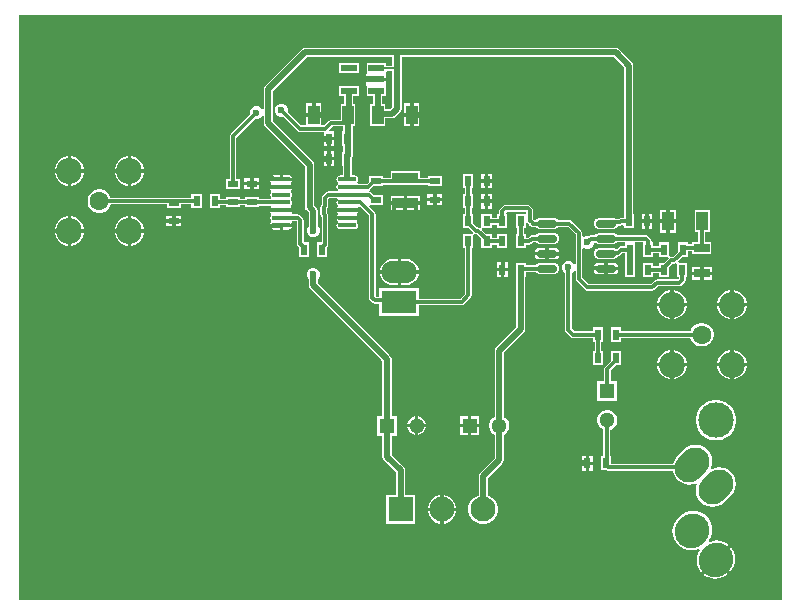
<source format=gtl>
G04*
G04 #@! TF.GenerationSoftware,Altium Limited,Altium Designer,21.9.1 (22)*
G04*
G04 Layer_Physical_Order=1*
G04 Layer_Color=255*
%FSAX44Y44*%
%MOMM*%
G71*
G04*
G04 #@! TF.SameCoordinates,86785AD5-1920-4A7D-B972-61179B801B7D*
G04*
G04*
G04 #@! TF.FilePolarity,Positive*
G04*
G01*
G75*
%ADD12C,0.2000*%
%ADD34C,2.2000*%
%ADD40R,0.6000X0.9500*%
%ADD41R,0.9500X0.6000*%
%ADD42O,1.6000X0.4000*%
G04:AMPARAMS|DCode=43|XSize=0.6mm|YSize=1.7mm|CornerRadius=0.15mm|HoleSize=0mm|Usage=FLASHONLY|Rotation=90.000|XOffset=0mm|YOffset=0mm|HoleType=Round|Shape=RoundedRectangle|*
%AMROUNDEDRECTD43*
21,1,0.6000,1.4000,0,0,90.0*
21,1,0.3000,1.7000,0,0,90.0*
1,1,0.3000,0.7000,0.1500*
1,1,0.3000,0.7000,-0.1500*
1,1,0.3000,-0.7000,-0.1500*
1,1,0.3000,-0.7000,0.1500*
%
%ADD43ROUNDEDRECTD43*%
%ADD44R,1.0000X1.6500*%
%ADD45R,1.3500X0.8000*%
%ADD46R,2.2000X0.9000*%
%ADD47R,1.4000X0.6000*%
%ADD48C,0.3000*%
%ADD49C,0.5000*%
%ADD50O,3.0000X1.9000*%
%ADD51R,3.0000X1.9000*%
%ADD52C,1.6000*%
%ADD53R,1.3000X1.3000*%
%ADD54C,1.3000*%
G04:AMPARAMS|DCode=55|XSize=2.4mm|YSize=3.2mm|CornerRadius=0mm|HoleSize=0mm|Usage=FLASHONLY|Rotation=135.000|XOffset=0mm|YOffset=0mm|HoleType=Round|Shape=Round|*
%AMOVALD55*
21,1,0.8000,2.4000,0.0000,0.0000,225.0*
1,1,2.4000,0.2828,0.2828*
1,1,2.4000,-0.2828,-0.2828*
%
%ADD55OVALD55*%

G04:AMPARAMS|DCode=56|XSize=2.8mm|YSize=3mm|CornerRadius=0mm|HoleSize=0mm|Usage=FLASHONLY|Rotation=135.000|XOffset=0mm|YOffset=0mm|HoleType=Round|Shape=Round|*
%AMOVALD56*
21,1,0.2000,2.8000,0.0000,0.0000,225.0*
1,1,2.8000,0.0707,0.0707*
1,1,2.8000,-0.0707,-0.0707*
%
%ADD56OVALD56*%

%ADD57C,3.0000*%
%ADD58C,2.1000*%
%ADD59R,2.1000X2.1000*%
%ADD60R,1.3000X1.3000*%
%ADD61C,5.0000*%
%ADD62C,0.7000*%
%ADD63C,0.6000*%
G36*
X01998000Y01202000D02*
X01352000D01*
Y01698000D01*
X01998000D01*
Y01202000D01*
D02*
G37*
%LPC*%
G36*
X01857000Y01669844D02*
X01857000Y01669844D01*
X01594000D01*
X01594000Y01669844D01*
X01592529Y01669551D01*
X01591282Y01668718D01*
X01560282Y01637718D01*
X01559449Y01636471D01*
X01559156Y01635000D01*
X01559156Y01635000D01*
Y01617933D01*
X01557886Y01617681D01*
X01557697Y01618138D01*
X01556138Y01619697D01*
X01554102Y01620540D01*
X01551898D01*
X01549862Y01619697D01*
X01548303Y01618138D01*
X01547460Y01616102D01*
Y01613898D01*
X01547590Y01613584D01*
X01531003Y01596997D01*
X01530391Y01596081D01*
X01530176Y01595000D01*
X01530176Y01595000D01*
Y01559020D01*
X01526980D01*
Y01550480D01*
X01539020D01*
Y01559020D01*
X01535824D01*
Y01593830D01*
X01551584Y01609590D01*
X01551898Y01609460D01*
X01554102D01*
X01556138Y01610303D01*
X01557697Y01611862D01*
X01557886Y01612319D01*
X01559156Y01612067D01*
Y01606000D01*
X01559156Y01606000D01*
X01559449Y01604529D01*
X01560282Y01603282D01*
X01594156Y01569408D01*
Y01535000D01*
X01594156Y01535000D01*
X01594449Y01533529D01*
X01595282Y01532282D01*
X01597156Y01530408D01*
Y01518991D01*
X01596303Y01518138D01*
X01595460Y01516102D01*
Y01513898D01*
X01596303Y01511862D01*
X01597862Y01510303D01*
X01599898Y01509460D01*
X01602102D01*
X01604138Y01510303D01*
X01605697Y01511862D01*
X01606540Y01513898D01*
Y01516102D01*
X01605697Y01518138D01*
X01604844Y01518991D01*
Y01532000D01*
X01604844Y01532000D01*
X01604551Y01533471D01*
X01603718Y01534718D01*
X01603718Y01534718D01*
X01601844Y01536592D01*
Y01571000D01*
X01601844Y01571000D01*
X01601551Y01572471D01*
X01600718Y01573718D01*
X01600718Y01573718D01*
X01566844Y01607592D01*
Y01633408D01*
X01595592Y01662156D01*
X01668156D01*
Y01654814D01*
X01662770D01*
Y01656770D01*
X01646230D01*
Y01648675D01*
X01646000Y01647500D01*
X01646000Y01647055D01*
Y01644500D01*
X01654500D01*
X01663000D01*
Y01647055D01*
X01663000Y01647500D01*
X01662770Y01648675D01*
Y01649288D01*
X01663668Y01650186D01*
X01668156D01*
Y01619592D01*
X01666408Y01617844D01*
X01661770D01*
Y01622520D01*
X01659344D01*
Y01629230D01*
X01662770D01*
Y01637325D01*
X01663000Y01638500D01*
X01663000Y01638945D01*
Y01641500D01*
X01654500D01*
X01646000D01*
Y01638945D01*
X01646000Y01638500D01*
X01646230Y01637325D01*
Y01629230D01*
X01651656D01*
Y01622520D01*
X01649230D01*
Y01603480D01*
X01661770D01*
Y01610156D01*
X01668000D01*
X01668000Y01610156D01*
X01669471Y01610449D01*
X01670718Y01611282D01*
X01674718Y01615282D01*
X01674718Y01615282D01*
X01675551Y01616529D01*
X01675844Y01618000D01*
X01675844Y01618000D01*
Y01652000D01*
Y01662156D01*
X01855408D01*
X01864406Y01653158D01*
Y01529020D01*
X01863980D01*
Y01525824D01*
X01862000D01*
X01862000Y01525824D01*
X01860919Y01525609D01*
X01860003Y01524997D01*
X01860003Y01524997D01*
X01859830Y01524824D01*
X01857582D01*
X01857081Y01525159D01*
X01856000Y01525374D01*
X01842000D01*
X01840919Y01525159D01*
X01840003Y01524547D01*
X01839391Y01523631D01*
X01839176Y01522550D01*
Y01519550D01*
X01839391Y01518469D01*
X01840003Y01517553D01*
X01840919Y01516941D01*
X01842000Y01516726D01*
X01856000D01*
X01857081Y01516941D01*
X01857997Y01517553D01*
X01858609Y01518469D01*
X01858750Y01519176D01*
X01861000D01*
X01861000Y01519176D01*
X01862081Y01519391D01*
X01862710Y01519811D01*
X01863616Y01519491D01*
X01863980Y01519190D01*
Y01516980D01*
X01872520D01*
Y01529020D01*
X01872094D01*
Y01654750D01*
X01871801Y01656221D01*
X01870968Y01657468D01*
X01870968Y01657468D01*
X01859718Y01668718D01*
X01858471Y01669551D01*
X01858227Y01669600D01*
X01857000Y01669844D01*
D02*
G37*
G36*
X01639770Y01656770D02*
X01623230D01*
Y01648230D01*
X01639770D01*
Y01656770D01*
D02*
G37*
G36*
X01608000Y01622750D02*
X01603000D01*
Y01614500D01*
X01608000D01*
Y01622750D01*
D02*
G37*
G36*
X01600000D02*
X01595000D01*
Y01614500D01*
X01600000D01*
Y01622750D01*
D02*
G37*
G36*
X01691000D02*
X01686000D01*
Y01614500D01*
X01691000D01*
Y01622750D01*
D02*
G37*
G36*
X01683000D02*
X01678000D01*
Y01614500D01*
X01683000D01*
Y01622750D01*
D02*
G37*
G36*
X01639770Y01637770D02*
X01623230D01*
Y01629230D01*
X01627156D01*
Y01622520D01*
X01624230D01*
Y01609074D01*
X01616206D01*
X01616206Y01609074D01*
X01615125Y01608859D01*
X01614209Y01608247D01*
X01610036Y01604074D01*
X01608000D01*
Y01611500D01*
X01601500D01*
X01595000D01*
Y01604074D01*
X01590920D01*
X01579410Y01615584D01*
X01579540Y01615898D01*
Y01618102D01*
X01578697Y01620138D01*
X01577138Y01621697D01*
X01575102Y01622540D01*
X01572898D01*
X01570862Y01621697D01*
X01569303Y01620138D01*
X01568460Y01618102D01*
Y01615898D01*
X01569303Y01613862D01*
X01570862Y01612303D01*
X01572898Y01611460D01*
X01575102D01*
X01575416Y01611590D01*
X01587753Y01599253D01*
X01587753Y01599253D01*
X01588669Y01598641D01*
X01589750Y01598426D01*
X01589750Y01598426D01*
X01609750D01*
Y01594500D01*
X01614250D01*
X01618750D01*
Y01599250D01*
X01614996D01*
X01614470Y01600520D01*
X01617376Y01603426D01*
X01626656D01*
Y01599020D01*
X01625480D01*
Y01586980D01*
X01626656D01*
Y01582020D01*
X01625480D01*
Y01569980D01*
X01625906D01*
Y01565250D01*
X01625906Y01565250D01*
X01626156Y01563993D01*
Y01561834D01*
X01624000D01*
X01622724Y01561580D01*
X01621642Y01560858D01*
X01620920Y01559776D01*
X01620666Y01558500D01*
X01620920Y01557224D01*
X01621642Y01556142D01*
X01621835Y01556014D01*
Y01554486D01*
X01621642Y01554357D01*
X01620920Y01553276D01*
X01620666Y01552000D01*
X01620920Y01550724D01*
X01621642Y01549642D01*
X01621715Y01549594D01*
X01621329Y01548324D01*
X01613500D01*
X01613500Y01548324D01*
X01612419Y01548109D01*
X01611503Y01547497D01*
X01611503Y01547497D01*
X01609003Y01544997D01*
X01608391Y01544081D01*
X01608176Y01543000D01*
X01608176Y01543000D01*
Y01537126D01*
X01607963Y01536913D01*
X01607351Y01535997D01*
X01607136Y01534916D01*
X01607136Y01534916D01*
Y01529084D01*
X01607136Y01529084D01*
X01607351Y01528003D01*
X01607963Y01527087D01*
X01608176Y01526874D01*
Y01505020D01*
X01604480D01*
Y01492980D01*
X01613020D01*
Y01501037D01*
X01613609Y01501919D01*
X01613824Y01503000D01*
Y01528044D01*
X01613824Y01528044D01*
X01613609Y01529125D01*
X01612997Y01530041D01*
X01612784Y01530254D01*
Y01533746D01*
X01612997Y01533959D01*
X01613609Y01534875D01*
X01613824Y01535956D01*
X01613824Y01535956D01*
Y01541830D01*
X01614670Y01542676D01*
X01621329D01*
X01621715Y01541406D01*
X01621642Y01541358D01*
X01620920Y01540276D01*
X01620666Y01539000D01*
X01620920Y01537724D01*
X01621634Y01536656D01*
X01621642Y01536642D01*
X01621628Y01535125D01*
X01621477Y01535023D01*
X01620793Y01534000D01*
X01630000D01*
X01639207D01*
X01638982Y01534336D01*
X01639547Y01535685D01*
X01640236Y01535770D01*
X01648176Y01527830D01*
Y01458000D01*
X01648176Y01458000D01*
X01648391Y01456919D01*
X01649003Y01456003D01*
X01651003Y01454003D01*
X01651003Y01454003D01*
X01651919Y01453391D01*
X01653000Y01453176D01*
X01653000Y01453176D01*
X01657000D01*
Y01443100D01*
X01691000D01*
Y01451776D01*
X01726600D01*
X01726600Y01451776D01*
X01727681Y01451991D01*
X01728597Y01452603D01*
X01734247Y01458253D01*
X01734859Y01459169D01*
X01735074Y01460250D01*
Y01499980D01*
X01736520D01*
X01736520Y01511070D01*
Y01511111D01*
D01*
X01736520Y01511464D01*
X01736520Y01511464D01*
X01737135Y01511993D01*
X01737135Y01511993D01*
X01738357Y01512204D01*
X01738500Y01512176D01*
X01738500Y01512176D01*
X01739330D01*
X01743480Y01508026D01*
Y01499980D01*
X01752020D01*
Y01503176D01*
X01756980D01*
Y01499980D01*
X01765520D01*
Y01512020D01*
X01756980D01*
Y01508824D01*
X01752020D01*
Y01512020D01*
X01747474D01*
X01743784Y01515710D01*
X01744310Y01516980D01*
X01744368Y01516980D01*
X01752020D01*
Y01520176D01*
X01756980D01*
Y01516980D01*
X01765520D01*
Y01529020D01*
X01764074D01*
Y01530323D01*
X01764927Y01531176D01*
X01781298D01*
X01781582Y01530057D01*
X01780826Y01529020D01*
X01780409Y01529020D01*
X01772480D01*
Y01516980D01*
X01773926D01*
Y01512020D01*
X01772480D01*
Y01499980D01*
X01781020D01*
Y01503176D01*
X01784000D01*
X01784000Y01503176D01*
X01785081Y01503391D01*
X01785997Y01504003D01*
X01787520Y01505526D01*
X01789553D01*
X01790003Y01504853D01*
X01790919Y01504241D01*
X01792000Y01504026D01*
X01806000D01*
X01807081Y01504241D01*
X01807997Y01504853D01*
X01808609Y01505769D01*
X01808824Y01506850D01*
Y01509850D01*
X01808609Y01510931D01*
X01807997Y01511847D01*
X01807081Y01512459D01*
X01806000Y01512674D01*
X01792000D01*
X01790919Y01512459D01*
X01790003Y01511847D01*
X01789553Y01511174D01*
X01786350D01*
X01786350Y01511174D01*
X01785269Y01510959D01*
X01784353Y01510347D01*
X01782830Y01508824D01*
X01781020D01*
Y01512020D01*
X01779574D01*
Y01516980D01*
X01781020D01*
Y01521438D01*
X01782290Y01521823D01*
X01782506Y01521500D01*
X01784009Y01519996D01*
X01784953Y01519053D01*
X01784953Y01519053D01*
X01785869Y01518441D01*
X01786950Y01518226D01*
X01789553D01*
X01790003Y01517553D01*
X01790919Y01516941D01*
X01792000Y01516726D01*
X01806000D01*
X01807081Y01516941D01*
X01807997Y01517553D01*
X01808447Y01518226D01*
X01816780D01*
X01823176Y01511830D01*
Y01486886D01*
X01821906Y01486633D01*
X01821697Y01487138D01*
X01820138Y01488697D01*
X01818102Y01489540D01*
X01815898D01*
X01813862Y01488697D01*
X01812303Y01487138D01*
X01811460Y01485102D01*
Y01482898D01*
X01812303Y01480862D01*
X01813862Y01479303D01*
X01814176Y01479173D01*
Y01431000D01*
X01814176Y01431000D01*
X01814391Y01429919D01*
X01815003Y01429003D01*
X01819003Y01425003D01*
X01819003Y01425003D01*
X01819919Y01424391D01*
X01821000Y01424176D01*
X01827000D01*
X01827000Y01424176D01*
X01837980D01*
Y01420980D01*
X01839426D01*
Y01413020D01*
X01837980D01*
Y01400980D01*
X01846520D01*
Y01413020D01*
X01845074D01*
Y01420980D01*
X01846520D01*
Y01433020D01*
X01837980D01*
Y01429824D01*
X01827000D01*
X01827000Y01429824D01*
X01827000Y01429824D01*
X01822170D01*
X01819824Y01432170D01*
Y01479173D01*
X01820138Y01479303D01*
X01821697Y01480862D01*
X01821906Y01481367D01*
X01823176Y01481114D01*
Y01474000D01*
X01823176Y01474000D01*
X01823391Y01472919D01*
X01824003Y01472003D01*
X01831003Y01465003D01*
X01831919Y01464391D01*
X01833000Y01464176D01*
X01888000D01*
X01888000Y01464176D01*
X01889081Y01464391D01*
X01889997Y01465003D01*
X01893170Y01468176D01*
X01911000D01*
X01911000Y01468176D01*
X01912081Y01468391D01*
X01912997Y01469003D01*
X01915497Y01471503D01*
X01916109Y01472419D01*
X01916324Y01473500D01*
X01916324Y01473500D01*
Y01475980D01*
X01917770D01*
Y01488020D01*
X01910310D01*
X01909784Y01489290D01*
X01913474Y01492980D01*
X01918020D01*
Y01497676D01*
X01921980D01*
Y01495230D01*
X01938020D01*
Y01505770D01*
X01932824D01*
Y01513480D01*
X01936770D01*
Y01532520D01*
X01924230D01*
Y01513480D01*
X01927176D01*
Y01505770D01*
X01921980D01*
Y01503324D01*
X01918020D01*
Y01505020D01*
X01909480D01*
Y01496974D01*
X01905330Y01492824D01*
X01904250D01*
X01903678Y01492711D01*
X01902621Y01493510D01*
X01902520Y01493676D01*
X01902520Y01493735D01*
Y01505020D01*
X01893980D01*
Y01501824D01*
X01889020D01*
Y01505020D01*
X01887574D01*
Y01506243D01*
X01887574Y01506243D01*
X01887359Y01507323D01*
X01886747Y01508240D01*
X01884640Y01510347D01*
X01883723Y01510959D01*
X01882643Y01511174D01*
X01882643Y01511174D01*
X01858447D01*
X01857997Y01511847D01*
X01857081Y01512459D01*
X01856000Y01512674D01*
X01842000D01*
X01840919Y01512459D01*
X01840003Y01511847D01*
X01839553Y01511174D01*
X01836350D01*
X01836350Y01511174D01*
X01835269Y01510959D01*
X01834450Y01510412D01*
X01834142Y01510540D01*
X01831938D01*
X01830094Y01509776D01*
X01828824Y01510278D01*
Y01513000D01*
X01828609Y01514081D01*
X01827997Y01514997D01*
X01827997Y01514997D01*
X01819947Y01523047D01*
X01819031Y01523659D01*
X01817950Y01523874D01*
X01817950Y01523874D01*
X01808447D01*
X01807997Y01524547D01*
X01807081Y01525159D01*
X01806000Y01525374D01*
X01792000D01*
X01790919Y01525159D01*
X01790003Y01524547D01*
X01789553Y01523874D01*
X01788120D01*
X01787328Y01524667D01*
Y01532242D01*
X01787328Y01532243D01*
X01787112Y01533323D01*
X01786500Y01534240D01*
X01786500Y01534240D01*
X01784743Y01535997D01*
X01783827Y01536609D01*
X01782746Y01536824D01*
X01782746Y01536824D01*
X01763757D01*
X01763757Y01536824D01*
X01762677Y01536609D01*
X01761760Y01535997D01*
X01761760Y01535997D01*
X01759253Y01533490D01*
X01758641Y01532573D01*
X01758426Y01531493D01*
X01758426Y01531492D01*
Y01529020D01*
X01756980D01*
Y01525824D01*
X01752020D01*
Y01529020D01*
X01743480D01*
Y01517906D01*
X01743480Y01517810D01*
X01743334Y01517690D01*
X01742255Y01517205D01*
X01742210Y01517189D01*
X01741581Y01517609D01*
X01740500Y01517824D01*
X01740500Y01517824D01*
X01739670D01*
X01736520Y01520974D01*
Y01529020D01*
X01735074D01*
Y01533980D01*
X01736520D01*
Y01546020D01*
X01735074D01*
Y01550980D01*
X01736520D01*
Y01563020D01*
X01727980D01*
Y01550980D01*
X01729426D01*
Y01546020D01*
X01727980D01*
Y01533980D01*
X01729426D01*
Y01529020D01*
X01727980D01*
Y01516980D01*
X01732526D01*
X01736216Y01513290D01*
X01735854Y01512157D01*
X01735748Y01512020D01*
X01735480Y01512020D01*
X01727980D01*
Y01499980D01*
X01729426D01*
Y01461420D01*
X01725430Y01457424D01*
X01691000D01*
Y01466100D01*
X01657000D01*
Y01458824D01*
X01654170D01*
X01653824Y01459170D01*
Y01529000D01*
X01653824Y01529000D01*
X01653609Y01530081D01*
X01652997Y01530997D01*
X01648284Y01535710D01*
X01648810Y01536980D01*
X01660020D01*
Y01545520D01*
X01651974D01*
X01649997Y01547497D01*
X01649081Y01548109D01*
X01648845Y01548156D01*
X01648673Y01548961D01*
X01648711Y01549478D01*
X01649497Y01550003D01*
X01651974Y01552480D01*
X01660020D01*
Y01553926D01*
X01666730D01*
Y01553730D01*
X01691270D01*
Y01553926D01*
X01697980D01*
Y01552480D01*
X01710020D01*
Y01561020D01*
X01697980D01*
Y01559574D01*
X01691270D01*
Y01565270D01*
X01666730D01*
Y01559574D01*
X01660020D01*
Y01561020D01*
X01647980D01*
Y01556474D01*
X01646330Y01554824D01*
X01638671D01*
X01638285Y01556094D01*
X01638358Y01556142D01*
X01639080Y01557224D01*
X01639334Y01558500D01*
X01639080Y01559776D01*
X01638358Y01560858D01*
X01637276Y01561580D01*
X01636000Y01561834D01*
X01633844D01*
Y01565000D01*
X01633844Y01565000D01*
X01633594Y01566257D01*
Y01569980D01*
X01634020D01*
Y01576982D01*
X01634051Y01577029D01*
X01634344Y01578500D01*
X01634344Y01578500D01*
Y01603480D01*
X01636770D01*
Y01622520D01*
X01634844D01*
Y01629230D01*
X01639770D01*
Y01637770D01*
D02*
G37*
G36*
X01691000Y01611500D02*
X01686000D01*
Y01603250D01*
X01691000D01*
Y01611500D01*
D02*
G37*
G36*
X01683000D02*
X01678000D01*
Y01603250D01*
X01683000D01*
Y01611500D01*
D02*
G37*
G36*
X01618750Y01591500D02*
X01615750D01*
Y01586750D01*
X01618750D01*
Y01591500D01*
D02*
G37*
G36*
X01612750D02*
X01609750D01*
Y01586750D01*
X01612750D01*
Y01591500D01*
D02*
G37*
G36*
X01618750Y01582250D02*
X01615750D01*
Y01577500D01*
X01618750D01*
Y01582250D01*
D02*
G37*
G36*
X01612750D02*
X01609750D01*
Y01577500D01*
X01612750D01*
Y01582250D01*
D02*
G37*
G36*
X01618750Y01574500D02*
X01615750D01*
Y01569750D01*
X01618750D01*
Y01574500D01*
D02*
G37*
G36*
X01612750D02*
X01609750D01*
Y01569750D01*
X01612750D01*
Y01574500D01*
D02*
G37*
G36*
X01396246Y01577900D02*
X01396100D01*
Y01566900D01*
X01407100D01*
Y01567046D01*
X01406248Y01570225D01*
X01404603Y01573075D01*
X01402275Y01575403D01*
X01399425Y01577048D01*
X01396246Y01577900D01*
D02*
G37*
G36*
X01447046D02*
X01446900D01*
Y01566900D01*
X01457900D01*
Y01567046D01*
X01457048Y01570225D01*
X01455403Y01573075D01*
X01453075Y01575403D01*
X01450225Y01577048D01*
X01447046Y01577900D01*
D02*
G37*
G36*
X01443900D02*
X01443754D01*
X01440575Y01577048D01*
X01437725Y01575403D01*
X01435397Y01573075D01*
X01433752Y01570225D01*
X01432900Y01567046D01*
Y01566900D01*
X01443900D01*
Y01577900D01*
D02*
G37*
G36*
X01393100D02*
X01392954D01*
X01389775Y01577048D01*
X01386925Y01575403D01*
X01384597Y01573075D01*
X01382952Y01570225D01*
X01382100Y01567046D01*
Y01566900D01*
X01393100D01*
Y01577900D01*
D02*
G37*
G36*
X01580000Y01562069D02*
X01575500D01*
Y01560000D01*
X01583207D01*
X01582523Y01561023D01*
X01581366Y01561797D01*
X01580000Y01562069D01*
D02*
G37*
G36*
X01572500D02*
X01568000D01*
X01566634Y01561797D01*
X01565477Y01561023D01*
X01564793Y01560000D01*
X01572500D01*
Y01562069D01*
D02*
G37*
G36*
X01752250Y01563250D02*
X01749250D01*
Y01558500D01*
X01752250D01*
Y01563250D01*
D02*
G37*
G36*
X01746250D02*
X01743250D01*
Y01558500D01*
X01746250D01*
Y01563250D01*
D02*
G37*
G36*
X01555250Y01559250D02*
X01550500D01*
Y01556250D01*
X01555250D01*
Y01559250D01*
D02*
G37*
G36*
X01547500D02*
X01542750D01*
Y01556250D01*
X01547500D01*
Y01559250D01*
D02*
G37*
G36*
X01583207Y01557000D02*
X01574000D01*
X01564793D01*
X01565477Y01555977D01*
X01565614Y01555885D01*
Y01554615D01*
X01565477Y01554523D01*
X01564793Y01553500D01*
X01574000D01*
X01583207D01*
X01582523Y01554523D01*
X01582386Y01554615D01*
Y01555885D01*
X01582523Y01555977D01*
X01583207Y01557000D01*
D02*
G37*
G36*
X01457900Y01563900D02*
X01446900D01*
Y01552900D01*
X01447046D01*
X01450225Y01553752D01*
X01453075Y01555397D01*
X01455403Y01557725D01*
X01457048Y01560575D01*
X01457900Y01563754D01*
Y01563900D01*
D02*
G37*
G36*
X01443900D02*
X01432900D01*
Y01563754D01*
X01433752Y01560575D01*
X01435397Y01557725D01*
X01437725Y01555397D01*
X01440575Y01553752D01*
X01443754Y01552900D01*
X01443900D01*
Y01563900D01*
D02*
G37*
G36*
X01407100D02*
X01396100D01*
Y01552900D01*
X01396246D01*
X01399425Y01553752D01*
X01402275Y01555397D01*
X01404603Y01557725D01*
X01406248Y01560575D01*
X01407100Y01563754D01*
Y01563900D01*
D02*
G37*
G36*
X01393100D02*
X01382100D01*
Y01563754D01*
X01382952Y01560575D01*
X01384597Y01557725D01*
X01386925Y01555397D01*
X01389775Y01553752D01*
X01392954Y01552900D01*
X01393100D01*
Y01563900D01*
D02*
G37*
G36*
X01752250Y01555500D02*
X01749250D01*
Y01550750D01*
X01752250D01*
Y01555500D01*
D02*
G37*
G36*
X01746250D02*
X01743250D01*
Y01550750D01*
X01746250D01*
Y01555500D01*
D02*
G37*
G36*
X01555250Y01553250D02*
X01550500D01*
Y01550250D01*
X01555250D01*
Y01553250D01*
D02*
G37*
G36*
X01547500D02*
X01542750D01*
Y01550250D01*
X01547500D01*
Y01553250D01*
D02*
G37*
G36*
X01710250Y01545750D02*
X01705500D01*
Y01542750D01*
X01710250D01*
Y01545750D01*
D02*
G37*
G36*
X01702500D02*
X01697750D01*
Y01542750D01*
X01702500D01*
Y01545750D01*
D02*
G37*
G36*
X01583207Y01550500D02*
X01574000D01*
X01564793D01*
X01565477Y01549477D01*
X01565628Y01549375D01*
X01565643Y01547858D01*
X01565634Y01547844D01*
X01564920Y01546776D01*
X01564666Y01545500D01*
X01564920Y01544224D01*
X01565591Y01543219D01*
X01565502Y01542807D01*
X01565142Y01541949D01*
X01555020D01*
Y01543520D01*
X01542980D01*
Y01542074D01*
X01539020D01*
Y01543520D01*
X01526980D01*
Y01542074D01*
X01522020D01*
Y01546020D01*
X01513480D01*
Y01533980D01*
X01522020D01*
Y01536426D01*
X01526980D01*
Y01534980D01*
X01539020D01*
Y01536426D01*
X01542980D01*
Y01534980D01*
X01555020D01*
Y01536301D01*
X01565102D01*
X01565488Y01535031D01*
X01565477Y01535023D01*
X01564793Y01534000D01*
X01574000D01*
X01583207D01*
X01582523Y01535023D01*
X01582372Y01535125D01*
X01582357Y01536642D01*
X01582366Y01536656D01*
X01583080Y01537724D01*
X01583334Y01539000D01*
X01583080Y01540276D01*
X01582357Y01541358D01*
X01582165Y01541486D01*
Y01543014D01*
X01582357Y01543143D01*
X01583080Y01544224D01*
X01583334Y01545500D01*
X01583080Y01546776D01*
X01582366Y01547844D01*
X01582357Y01547858D01*
X01582372Y01549375D01*
X01582523Y01549477D01*
X01583207Y01550500D01*
D02*
G37*
G36*
X01752250Y01546250D02*
X01749250D01*
Y01541500D01*
X01752250D01*
Y01546250D01*
D02*
G37*
G36*
X01746250D02*
X01743250D01*
Y01541500D01*
X01746250D01*
Y01546250D01*
D02*
G37*
G36*
X01691500Y01544500D02*
X01680500D01*
Y01540000D01*
X01691500D01*
Y01544500D01*
D02*
G37*
G36*
X01677500D02*
X01666500D01*
Y01540000D01*
X01677500D01*
Y01544500D01*
D02*
G37*
G36*
X01710250Y01539750D02*
X01705500D01*
Y01536750D01*
X01710250D01*
Y01539750D01*
D02*
G37*
G36*
X01702500D02*
X01697750D01*
Y01536750D01*
X01702500D01*
Y01539750D01*
D02*
G37*
G36*
X01421317Y01550000D02*
X01418683D01*
X01416140Y01549319D01*
X01413860Y01548002D01*
X01411998Y01546140D01*
X01410681Y01543860D01*
X01410000Y01541317D01*
Y01538683D01*
X01410681Y01536140D01*
X01411998Y01533860D01*
X01413860Y01531998D01*
X01416140Y01530681D01*
X01418683Y01530000D01*
X01421317D01*
X01423860Y01530681D01*
X01426140Y01531998D01*
X01428002Y01533860D01*
X01429319Y01536140D01*
X01429596Y01537176D01*
X01476980D01*
Y01534480D01*
X01489020D01*
Y01537176D01*
X01497980D01*
Y01533980D01*
X01506520D01*
Y01546020D01*
X01497980D01*
Y01542824D01*
X01489020D01*
Y01543020D01*
X01476980D01*
Y01542824D01*
X01429596D01*
X01429319Y01543860D01*
X01428002Y01546140D01*
X01426140Y01548002D01*
X01423860Y01549319D01*
X01421317Y01550000D01*
D02*
G37*
G36*
X01752250Y01538500D02*
X01749250D01*
Y01533750D01*
X01752250D01*
Y01538500D01*
D02*
G37*
G36*
X01746250D02*
X01743250D01*
Y01533750D01*
X01746250D01*
Y01538500D01*
D02*
G37*
G36*
X01691500Y01537000D02*
X01680500D01*
Y01532500D01*
X01691500D01*
Y01537000D01*
D02*
G37*
G36*
X01677500D02*
X01666500D01*
Y01532500D01*
X01677500D01*
Y01537000D01*
D02*
G37*
G36*
X01639207Y01531000D02*
X01630000D01*
X01620793D01*
X01621477Y01529977D01*
X01621614Y01529885D01*
Y01528615D01*
X01621477Y01528523D01*
X01620793Y01527500D01*
X01630000D01*
X01639207D01*
X01638523Y01528523D01*
X01638386Y01528615D01*
Y01529885D01*
X01638523Y01529977D01*
X01639207Y01531000D01*
D02*
G37*
G36*
X01489250Y01527750D02*
X01484500D01*
Y01524750D01*
X01489250D01*
Y01527750D01*
D02*
G37*
G36*
X01481500D02*
X01476750D01*
Y01524750D01*
X01481500D01*
Y01527750D01*
D02*
G37*
G36*
X01888250Y01529250D02*
X01885250D01*
Y01524500D01*
X01888250D01*
Y01529250D01*
D02*
G37*
G36*
X01882250D02*
X01879250D01*
Y01524500D01*
X01882250D01*
Y01529250D01*
D02*
G37*
G36*
X01908000Y01532750D02*
X01903000D01*
Y01524500D01*
X01908000D01*
Y01532750D01*
D02*
G37*
G36*
X01900000D02*
X01895000D01*
Y01524500D01*
X01900000D01*
Y01532750D01*
D02*
G37*
G36*
X01489250Y01521750D02*
X01484500D01*
Y01518750D01*
X01489250D01*
Y01521750D01*
D02*
G37*
G36*
X01481500D02*
X01476750D01*
Y01518750D01*
X01481500D01*
Y01521750D01*
D02*
G37*
G36*
X01888250Y01521500D02*
X01885250D01*
Y01516750D01*
X01888250D01*
Y01521500D01*
D02*
G37*
G36*
X01882250D02*
X01879250D01*
Y01516750D01*
X01882250D01*
Y01521500D01*
D02*
G37*
G36*
X01639207Y01524500D02*
X01630000D01*
X01620793D01*
X01621477Y01523477D01*
X01621628Y01523375D01*
X01621642Y01521858D01*
X01621634Y01521844D01*
X01620920Y01520776D01*
X01620666Y01519500D01*
X01620920Y01518224D01*
X01621642Y01517142D01*
X01622724Y01516420D01*
X01624000Y01516166D01*
X01636000D01*
X01637276Y01516420D01*
X01638358Y01517142D01*
X01639080Y01518224D01*
X01639334Y01519500D01*
X01639080Y01520776D01*
X01638366Y01521844D01*
X01638358Y01521858D01*
X01638372Y01523375D01*
X01638523Y01523477D01*
X01639207Y01524500D01*
D02*
G37*
G36*
X01447046Y01527100D02*
X01446900D01*
Y01516100D01*
X01457900D01*
Y01516246D01*
X01457048Y01519425D01*
X01455403Y01522275D01*
X01453075Y01524603D01*
X01450225Y01526248D01*
X01447046Y01527100D01*
D02*
G37*
G36*
X01443900D02*
X01443754D01*
X01440575Y01526248D01*
X01437725Y01524603D01*
X01435397Y01522275D01*
X01433752Y01519425D01*
X01432900Y01516246D01*
Y01516100D01*
X01443900D01*
Y01527100D01*
D02*
G37*
G36*
X01396246D02*
X01396100D01*
Y01516100D01*
X01407100D01*
Y01516246D01*
X01406248Y01519425D01*
X01404603Y01522275D01*
X01402275Y01524603D01*
X01399425Y01526248D01*
X01396246Y01527100D01*
D02*
G37*
G36*
X01393100D02*
X01392954D01*
X01389775Y01526248D01*
X01386925Y01524603D01*
X01384597Y01522275D01*
X01382952Y01519425D01*
X01382100Y01516246D01*
Y01516100D01*
X01393100D01*
Y01527100D01*
D02*
G37*
G36*
X01583207Y01518000D02*
X01575500D01*
Y01515931D01*
X01580000D01*
X01581366Y01516203D01*
X01582523Y01516977D01*
X01583207Y01518000D01*
D02*
G37*
G36*
X01572500D02*
X01564793D01*
X01565477Y01516977D01*
X01566634Y01516203D01*
X01568000Y01515931D01*
X01572500D01*
Y01518000D01*
D02*
G37*
G36*
X01908000Y01521500D02*
X01903000D01*
Y01513250D01*
X01908000D01*
Y01521500D01*
D02*
G37*
G36*
X01900000D02*
X01895000D01*
Y01513250D01*
X01900000D01*
Y01521500D01*
D02*
G37*
G36*
X01457900Y01513100D02*
X01446900D01*
Y01502100D01*
X01447046D01*
X01450225Y01502952D01*
X01453075Y01504597D01*
X01455403Y01506925D01*
X01457048Y01509775D01*
X01457900Y01512954D01*
Y01513100D01*
D02*
G37*
G36*
X01443900D02*
X01432900D01*
Y01512954D01*
X01433752Y01509775D01*
X01435397Y01506925D01*
X01437725Y01504597D01*
X01440575Y01502952D01*
X01443754Y01502100D01*
X01443900D01*
Y01513100D01*
D02*
G37*
G36*
X01407100Y01513100D02*
X01396100D01*
Y01502100D01*
X01396246D01*
X01399425Y01502952D01*
X01402275Y01504597D01*
X01404603Y01506925D01*
X01406248Y01509775D01*
X01407100Y01512954D01*
Y01513100D01*
D02*
G37*
G36*
X01393100D02*
X01382100D01*
Y01512954D01*
X01382952Y01509775D01*
X01384597Y01506925D01*
X01386925Y01504597D01*
X01389775Y01502952D01*
X01392954Y01502100D01*
X01393100D01*
Y01513100D01*
D02*
G37*
G36*
X01806000Y01500209D02*
X01800500D01*
Y01497150D01*
X01809059D01*
X01808826Y01498320D01*
X01808163Y01499313D01*
X01807171Y01499976D01*
X01806000Y01500209D01*
D02*
G37*
G36*
X01797500D02*
X01792000D01*
X01790829Y01499976D01*
X01789837Y01499313D01*
X01789174Y01498320D01*
X01788941Y01497150D01*
X01797500D01*
Y01500209D01*
D02*
G37*
G36*
X01583207Y01531000D02*
X01574000D01*
X01564793D01*
X01565477Y01529977D01*
X01565628Y01529875D01*
X01565643Y01528358D01*
X01565634Y01528344D01*
X01564920Y01527276D01*
X01564666Y01526000D01*
X01564920Y01524724D01*
X01565634Y01523656D01*
X01565643Y01523642D01*
X01565628Y01522125D01*
X01565477Y01522023D01*
X01564793Y01521000D01*
X01574000D01*
X01583207D01*
X01582602Y01521906D01*
X01582737Y01522463D01*
X01583085Y01523176D01*
X01586830D01*
X01587176Y01522830D01*
Y01504000D01*
X01587176Y01504000D01*
X01587391Y01502919D01*
X01588003Y01502003D01*
X01588980Y01501026D01*
Y01492980D01*
X01597520D01*
Y01505020D01*
X01592974D01*
X01592824Y01505170D01*
Y01524000D01*
X01592609Y01525081D01*
X01591997Y01525997D01*
X01591997Y01525997D01*
X01589997Y01527997D01*
X01589081Y01528609D01*
X01588000Y01528824D01*
X01588000Y01528824D01*
X01583085D01*
X01582737Y01529537D01*
X01582602Y01530094D01*
X01583207Y01531000D01*
D02*
G37*
G36*
X01809059Y01494150D02*
X01800500D01*
Y01491091D01*
X01806000D01*
X01807171Y01491324D01*
X01808163Y01491987D01*
X01808826Y01492979D01*
X01809059Y01494150D01*
Y01494150D01*
D02*
G37*
G36*
X01797500D02*
X01788941D01*
Y01494150D01*
X01789174Y01492979D01*
X01789837Y01491987D01*
X01790829Y01491324D01*
X01792000Y01491091D01*
X01797500D01*
Y01494150D01*
D02*
G37*
G36*
X01765750Y01488250D02*
X01762750D01*
Y01483500D01*
X01765750D01*
Y01488250D01*
D02*
G37*
G36*
X01759750D02*
X01756750D01*
Y01483500D01*
X01759750D01*
Y01488250D01*
D02*
G37*
G36*
X01679500Y01491095D02*
X01675500D01*
Y01481500D01*
X01690397D01*
X01690217Y01482872D01*
X01689108Y01485547D01*
X01687345Y01487845D01*
X01685047Y01489608D01*
X01682372Y01490717D01*
X01679500Y01491095D01*
D02*
G37*
G36*
X01672500D02*
X01668500D01*
X01665628Y01490717D01*
X01662953Y01489608D01*
X01660655Y01487845D01*
X01658891Y01485547D01*
X01657783Y01482872D01*
X01657603Y01481500D01*
X01672500D01*
Y01491095D01*
D02*
G37*
G36*
X01938250Y01484250D02*
X01931500D01*
Y01480250D01*
X01938250D01*
Y01484250D01*
D02*
G37*
G36*
X01928500D02*
X01921750D01*
Y01480250D01*
X01928500D01*
Y01484250D01*
D02*
G37*
G36*
X01781020Y01488020D02*
X01772480D01*
Y01475980D01*
X01772906D01*
Y01433342D01*
X01755782Y01416218D01*
X01754949Y01414971D01*
X01754656Y01413500D01*
X01754656Y01413500D01*
Y01357596D01*
X01753281Y01356802D01*
X01751698Y01355219D01*
X01750579Y01353281D01*
X01750000Y01351119D01*
Y01348881D01*
X01750579Y01346719D01*
X01751698Y01344781D01*
X01753281Y01343198D01*
X01754656Y01342404D01*
Y01322092D01*
X01742282Y01309718D01*
X01741449Y01308471D01*
X01741156Y01307000D01*
X01741156Y01307000D01*
Y01290912D01*
X01740175Y01290649D01*
X01737325Y01289003D01*
X01734997Y01286676D01*
X01733352Y01283826D01*
X01732500Y01280647D01*
Y01277355D01*
X01733352Y01274176D01*
X01734997Y01271326D01*
X01737325Y01268998D01*
X01740175Y01267353D01*
X01743354Y01266501D01*
X01746646D01*
X01749825Y01267353D01*
X01752675Y01268998D01*
X01755002Y01271326D01*
X01756648Y01274176D01*
X01757500Y01277355D01*
Y01280647D01*
X01756648Y01283826D01*
X01755002Y01286676D01*
X01752675Y01289003D01*
X01749825Y01290649D01*
X01748844Y01290912D01*
Y01305408D01*
X01761218Y01317782D01*
X01761218Y01317782D01*
X01762051Y01319029D01*
X01762344Y01320500D01*
X01762344Y01320500D01*
Y01342404D01*
X01763719Y01343198D01*
X01765302Y01344781D01*
X01766421Y01346719D01*
X01767000Y01348881D01*
Y01351119D01*
X01766421Y01353281D01*
X01765302Y01355219D01*
X01763719Y01356802D01*
X01762344Y01357596D01*
Y01411908D01*
X01779468Y01429032D01*
X01779468Y01429032D01*
X01780301Y01430279D01*
X01780594Y01431750D01*
X01780594Y01431750D01*
Y01475980D01*
X01781020D01*
Y01480126D01*
X01789553D01*
X01790003Y01479453D01*
X01790919Y01478841D01*
X01792000Y01478626D01*
X01806000D01*
X01807081Y01478841D01*
X01807997Y01479453D01*
X01808609Y01480369D01*
X01808824Y01481450D01*
Y01484450D01*
X01808609Y01485531D01*
X01807997Y01486447D01*
X01807081Y01487059D01*
X01806000Y01487274D01*
X01792000D01*
X01790919Y01487059D01*
X01790003Y01486447D01*
X01789553Y01485774D01*
X01781020D01*
Y01488020D01*
D02*
G37*
G36*
X01765750Y01480500D02*
X01762750D01*
Y01475750D01*
X01765750D01*
Y01480500D01*
D02*
G37*
G36*
X01759750D02*
X01756750D01*
Y01475750D01*
X01759750D01*
Y01480500D01*
D02*
G37*
G36*
X01938250Y01477250D02*
X01931500D01*
Y01473250D01*
X01938250D01*
Y01477250D01*
D02*
G37*
G36*
X01928500D02*
X01921750D01*
Y01473250D01*
X01928500D01*
Y01477250D01*
D02*
G37*
G36*
X01690397Y01478500D02*
X01675500D01*
Y01468905D01*
X01679500D01*
X01682372Y01469283D01*
X01685047Y01470392D01*
X01687345Y01472155D01*
X01689108Y01474453D01*
X01690217Y01477128D01*
X01690397Y01478500D01*
D02*
G37*
G36*
X01672500D02*
X01657603D01*
X01657783Y01477128D01*
X01658891Y01474453D01*
X01660655Y01472155D01*
X01662953Y01470392D01*
X01665628Y01469283D01*
X01668500Y01468905D01*
X01672500D01*
Y01478500D01*
D02*
G37*
G36*
X01957046Y01464900D02*
X01956900D01*
Y01453900D01*
X01967900D01*
Y01454046D01*
X01967048Y01457225D01*
X01965403Y01460075D01*
X01963075Y01462402D01*
X01960225Y01464048D01*
X01957046Y01464900D01*
D02*
G37*
G36*
X01953900D02*
X01953754D01*
X01950575Y01464048D01*
X01947725Y01462402D01*
X01945397Y01460075D01*
X01943752Y01457225D01*
X01942900Y01454046D01*
Y01453900D01*
X01953900D01*
Y01464900D01*
D02*
G37*
G36*
X01906246D02*
X01906100D01*
Y01453900D01*
X01917100D01*
Y01454046D01*
X01916248Y01457225D01*
X01914603Y01460075D01*
X01912275Y01462402D01*
X01909425Y01464048D01*
X01906246Y01464900D01*
D02*
G37*
G36*
X01903100D02*
X01902954D01*
X01899775Y01464048D01*
X01896925Y01462402D01*
X01894597Y01460075D01*
X01892952Y01457225D01*
X01892100Y01454046D01*
Y01453900D01*
X01903100D01*
Y01464900D01*
D02*
G37*
G36*
X01967900Y01450900D02*
X01956900D01*
Y01439900D01*
X01957046D01*
X01960225Y01440752D01*
X01963075Y01442397D01*
X01965403Y01444725D01*
X01967048Y01447575D01*
X01967900Y01450754D01*
Y01450900D01*
D02*
G37*
G36*
X01953900D02*
X01942900D01*
Y01450754D01*
X01943752Y01447575D01*
X01945397Y01444725D01*
X01947725Y01442397D01*
X01950575Y01440752D01*
X01953754Y01439900D01*
X01953900D01*
Y01450900D01*
D02*
G37*
G36*
X01917100Y01450900D02*
X01906100D01*
Y01439900D01*
X01906246D01*
X01909425Y01440752D01*
X01912275Y01442397D01*
X01914603Y01444725D01*
X01916248Y01447575D01*
X01917100Y01450754D01*
Y01450900D01*
D02*
G37*
G36*
X01903100D02*
X01892100D01*
Y01450754D01*
X01892952Y01447575D01*
X01894597Y01444725D01*
X01896925Y01442397D01*
X01899775Y01440752D01*
X01902954Y01439900D01*
X01903100D01*
Y01450900D01*
D02*
G37*
G36*
X01931317Y01437000D02*
X01928683D01*
X01926140Y01436319D01*
X01923860Y01435002D01*
X01921998Y01433140D01*
X01920681Y01430860D01*
X01920404Y01429824D01*
X01862020D01*
Y01433020D01*
X01853480D01*
Y01420980D01*
X01862020D01*
Y01424176D01*
X01920404D01*
X01920681Y01423140D01*
X01921998Y01420860D01*
X01923860Y01418998D01*
X01926140Y01417681D01*
X01928683Y01417000D01*
X01931317D01*
X01933860Y01417681D01*
X01936140Y01418998D01*
X01938002Y01420860D01*
X01939319Y01423140D01*
X01940000Y01425683D01*
Y01428316D01*
X01939319Y01430860D01*
X01938002Y01433140D01*
X01936140Y01435002D01*
X01933860Y01436319D01*
X01931317Y01437000D01*
D02*
G37*
G36*
X01957046Y01414100D02*
X01956900D01*
Y01403100D01*
X01967900D01*
Y01403246D01*
X01967048Y01406425D01*
X01965403Y01409275D01*
X01963075Y01411602D01*
X01960225Y01413248D01*
X01957046Y01414100D01*
D02*
G37*
G36*
X01953900D02*
X01953754D01*
X01950575Y01413248D01*
X01947725Y01411602D01*
X01945397Y01409275D01*
X01943752Y01406425D01*
X01942900Y01403246D01*
Y01403100D01*
X01953900D01*
Y01414100D01*
D02*
G37*
G36*
X01906246D02*
X01906100D01*
Y01403100D01*
X01917100D01*
Y01403246D01*
X01916248Y01406425D01*
X01914603Y01409275D01*
X01912275Y01411602D01*
X01909425Y01413248D01*
X01906246Y01414100D01*
D02*
G37*
G36*
X01903100D02*
X01902954D01*
X01899775Y01413248D01*
X01896925Y01411602D01*
X01894597Y01409275D01*
X01892952Y01406425D01*
X01892100Y01403246D01*
Y01403100D01*
X01903100D01*
Y01414100D01*
D02*
G37*
G36*
X01967900Y01400100D02*
X01956900D01*
Y01389100D01*
X01957046D01*
X01960225Y01389952D01*
X01963075Y01391597D01*
X01965403Y01393925D01*
X01967048Y01396775D01*
X01967900Y01399954D01*
Y01400100D01*
D02*
G37*
G36*
X01953900D02*
X01942900D01*
Y01399954D01*
X01943752Y01396775D01*
X01945397Y01393925D01*
X01947725Y01391597D01*
X01950575Y01389952D01*
X01953754Y01389100D01*
X01953900D01*
Y01400100D01*
D02*
G37*
G36*
X01917100Y01400100D02*
X01906100D01*
Y01389100D01*
X01906246D01*
X01909425Y01389952D01*
X01912275Y01391597D01*
X01914603Y01393925D01*
X01916248Y01396775D01*
X01917100Y01399954D01*
Y01400100D01*
D02*
G37*
G36*
X01903100D02*
X01892100D01*
Y01399954D01*
X01892952Y01396775D01*
X01894597Y01393925D01*
X01896925Y01391597D01*
X01899775Y01389952D01*
X01902954Y01389100D01*
X01903100D01*
Y01400100D01*
D02*
G37*
G36*
X01862020Y01413020D02*
X01853480D01*
Y01404974D01*
X01848003Y01399497D01*
X01847391Y01398581D01*
X01847176Y01397500D01*
X01847176Y01397500D01*
Y01388000D01*
X01841500D01*
Y01371000D01*
X01858500D01*
Y01388000D01*
X01852824D01*
Y01396330D01*
X01857474Y01400980D01*
X01862020D01*
Y01413020D01*
D02*
G37*
G36*
X01741500Y01358000D02*
X01735000D01*
Y01351500D01*
X01741500D01*
Y01358000D01*
D02*
G37*
G36*
X01690000Y01357880D02*
Y01351500D01*
X01696380D01*
X01695955Y01353088D01*
X01694902Y01354912D01*
X01693412Y01356402D01*
X01691588Y01357455D01*
X01690000Y01357880D01*
D02*
G37*
G36*
X01687000Y01357880D02*
X01685412Y01357455D01*
X01683588Y01356402D01*
X01682098Y01354912D01*
X01681045Y01353088D01*
X01680620Y01351500D01*
X01687000D01*
Y01357880D01*
D02*
G37*
G36*
X01732000Y01358000D02*
X01725500D01*
Y01351500D01*
X01732000D01*
Y01358000D01*
D02*
G37*
G36*
X01687000Y01348500D02*
X01680620D01*
X01681045Y01346912D01*
X01682098Y01345088D01*
X01683588Y01343598D01*
X01685412Y01342545D01*
X01687000Y01342120D01*
Y01348500D01*
D02*
G37*
G36*
X01696380D02*
X01690000D01*
Y01342120D01*
X01691588Y01342545D01*
X01693412Y01343598D01*
X01694902Y01345088D01*
X01695955Y01346912D01*
X01696380Y01348500D01*
D02*
G37*
G36*
X01741500D02*
X01735000D01*
Y01342000D01*
X01741500D01*
Y01348500D01*
D02*
G37*
G36*
X01732000D02*
X01725500D01*
Y01342000D01*
X01732000D01*
Y01348500D01*
D02*
G37*
G36*
X01943674Y01371500D02*
X01940326D01*
X01937041Y01370847D01*
X01933947Y01369565D01*
X01931163Y01367705D01*
X01928795Y01365337D01*
X01926935Y01362552D01*
X01925653Y01359459D01*
X01925000Y01356174D01*
Y01352826D01*
X01925653Y01349541D01*
X01926935Y01346447D01*
X01928795Y01343663D01*
X01931163Y01341295D01*
X01933947Y01339435D01*
X01937041Y01338153D01*
X01940326Y01337500D01*
X01943674D01*
X01946959Y01338153D01*
X01950052Y01339435D01*
X01952837Y01341295D01*
X01955205Y01343663D01*
X01957065Y01346447D01*
X01958347Y01349541D01*
X01959000Y01352826D01*
Y01356174D01*
X01958347Y01359459D01*
X01957065Y01362552D01*
X01955205Y01365337D01*
X01952837Y01367705D01*
X01950052Y01369565D01*
X01946959Y01370847D01*
X01943674Y01371500D01*
D02*
G37*
G36*
X01837750Y01324250D02*
X01834750D01*
Y01319500D01*
X01837750D01*
Y01324250D01*
D02*
G37*
G36*
X01831750D02*
X01828750D01*
Y01319500D01*
X01831750D01*
Y01324250D01*
D02*
G37*
G36*
X01837750Y01316500D02*
X01834750D01*
Y01311750D01*
X01837750D01*
Y01316500D01*
D02*
G37*
G36*
X01831750D02*
X01828750D01*
Y01311750D01*
X01831750D01*
Y01316500D01*
D02*
G37*
G36*
X01851119Y01363000D02*
X01848881D01*
X01846719Y01362421D01*
X01844781Y01361302D01*
X01843198Y01359719D01*
X01842079Y01357781D01*
X01841500Y01355619D01*
Y01353381D01*
X01842079Y01351219D01*
X01843198Y01349281D01*
X01844781Y01347698D01*
X01846551Y01346676D01*
Y01324020D01*
X01844480D01*
Y01311980D01*
X01849977D01*
X01850250Y01311926D01*
X01905346D01*
X01905532Y01310517D01*
X01906943Y01307111D01*
X01909187Y01304187D01*
X01912111Y01301943D01*
X01915517Y01300532D01*
X01919172Y01300051D01*
X01922826Y01300532D01*
X01925286Y01301551D01*
X01926258Y01300579D01*
X01925532Y01298826D01*
X01925051Y01295172D01*
X01925532Y01291517D01*
X01926943Y01288111D01*
X01929187Y01285187D01*
X01932111Y01282943D01*
X01935517Y01281532D01*
X01939172Y01281051D01*
X01942826Y01281532D01*
X01946232Y01282943D01*
X01949156Y01285187D01*
X01954813Y01290844D01*
X01957057Y01293768D01*
X01958468Y01297174D01*
X01958949Y01300828D01*
X01958468Y01304483D01*
X01957057Y01307889D01*
X01954813Y01310813D01*
X01951889Y01313057D01*
X01948483Y01314468D01*
X01944828Y01314949D01*
X01941174Y01314468D01*
X01938714Y01313449D01*
X01937742Y01314421D01*
X01938468Y01316174D01*
X01938949Y01319828D01*
X01938468Y01323483D01*
X01937057Y01326889D01*
X01934813Y01329813D01*
X01931889Y01332057D01*
X01928483Y01333468D01*
X01924828Y01333949D01*
X01921174Y01333468D01*
X01917768Y01332057D01*
X01914843Y01329813D01*
X01909187Y01324156D01*
X01906943Y01321232D01*
X01905532Y01317826D01*
X01905499Y01317574D01*
X01853020D01*
Y01324020D01*
X01852199D01*
Y01346289D01*
X01853281Y01346579D01*
X01855219Y01347698D01*
X01856802Y01349281D01*
X01857921Y01351219D01*
X01858500Y01353381D01*
Y01355619D01*
X01857921Y01357781D01*
X01856802Y01359719D01*
X01855219Y01361302D01*
X01853281Y01362421D01*
X01851119Y01363000D01*
D02*
G37*
G36*
X01711580Y01291001D02*
X01711500D01*
Y01280501D01*
X01722000D01*
Y01280581D01*
X01721182Y01283633D01*
X01719602Y01286369D01*
X01717368Y01288603D01*
X01714632Y01290183D01*
X01711580Y01291001D01*
D02*
G37*
G36*
X01708500D02*
X01708420D01*
X01705368Y01290183D01*
X01702632Y01288603D01*
X01700397Y01286369D01*
X01698818Y01283633D01*
X01698000Y01280581D01*
Y01280501D01*
X01708500D01*
Y01291001D01*
D02*
G37*
G36*
X01722000Y01277501D02*
X01711500D01*
Y01267001D01*
X01711580D01*
X01714632Y01267819D01*
X01717368Y01269398D01*
X01719602Y01271633D01*
X01721182Y01274369D01*
X01722000Y01277421D01*
Y01277501D01*
D02*
G37*
G36*
X01708500D02*
X01698000D01*
Y01277421D01*
X01698818Y01274369D01*
X01700397Y01271633D01*
X01702632Y01269398D01*
X01705368Y01267819D01*
X01708420Y01267001D01*
X01708500D01*
Y01277501D01*
D02*
G37*
G36*
X01602102Y01483540D02*
X01599898D01*
X01597862Y01482697D01*
X01596303Y01481138D01*
X01595460Y01479102D01*
Y01476898D01*
X01596303Y01474862D01*
X01597156Y01474009D01*
Y01469000D01*
X01597156Y01469000D01*
X01597449Y01467529D01*
X01598282Y01466282D01*
X01659656Y01404908D01*
Y01358500D01*
X01655000D01*
Y01341500D01*
X01659656D01*
Y01323500D01*
X01659656Y01323500D01*
X01659949Y01322029D01*
X01660782Y01320782D01*
X01671156Y01310408D01*
Y01291501D01*
X01662500D01*
Y01266501D01*
X01687500D01*
Y01291501D01*
X01678844D01*
Y01312000D01*
X01678551Y01313471D01*
X01677718Y01314718D01*
X01677718Y01314718D01*
X01667344Y01325092D01*
Y01341500D01*
X01672000D01*
Y01358500D01*
X01667344D01*
Y01406500D01*
X01667051Y01407971D01*
X01666218Y01409218D01*
X01666218Y01409218D01*
X01604844Y01470592D01*
Y01474009D01*
X01605697Y01474862D01*
X01606540Y01476898D01*
Y01479102D01*
X01605697Y01481138D01*
X01604138Y01482697D01*
X01602102Y01483540D01*
D02*
G37*
G36*
X01954677Y01247055D02*
X01944122Y01236500D01*
X01954039Y01226582D01*
X01955657Y01228554D01*
X01957097Y01231247D01*
X01957983Y01234169D01*
X01958282Y01237207D01*
X01957983Y01240246D01*
X01957097Y01243167D01*
X01955657Y01245860D01*
X01954677Y01247055D01*
D02*
G37*
G36*
X01922707Y01277785D02*
X01919571Y01277476D01*
X01916555Y01276561D01*
X01913775Y01275075D01*
X01911339Y01273076D01*
X01909924Y01271661D01*
X01907925Y01269225D01*
X01906439Y01266445D01*
X01905524Y01263429D01*
X01905215Y01260293D01*
X01905524Y01257156D01*
X01906439Y01254140D01*
X01907925Y01251361D01*
X01909924Y01248924D01*
X01912361Y01246925D01*
X01915140Y01245439D01*
X01918156Y01244524D01*
X01921293Y01244215D01*
X01924429Y01244524D01*
X01927445Y01245439D01*
X01927569Y01245506D01*
X01928391Y01244505D01*
X01928343Y01244446D01*
X01926904Y01241753D01*
X01926017Y01238831D01*
X01925718Y01235793D01*
X01926017Y01232754D01*
X01926904Y01229833D01*
X01928343Y01227140D01*
X01929324Y01225945D01*
X01940939Y01237561D01*
X01952555Y01249176D01*
X01951360Y01250157D01*
X01948667Y01251597D01*
X01945746Y01252483D01*
X01942707Y01252782D01*
X01939669Y01252483D01*
X01936747Y01251597D01*
X01935932Y01252601D01*
X01936075Y01252775D01*
X01937561Y01255555D01*
X01938476Y01258571D01*
X01938784Y01261707D01*
X01938476Y01264844D01*
X01937561Y01267860D01*
X01936075Y01270639D01*
X01934075Y01273076D01*
X01931639Y01275075D01*
X01928860Y01276561D01*
X01925844Y01277476D01*
X01922707Y01277785D01*
D02*
G37*
G36*
X01942000Y01234379D02*
X01931445Y01223823D01*
X01932640Y01222843D01*
X01935333Y01221404D01*
X01938254Y01220517D01*
X01941293Y01220218D01*
X01944331Y01220517D01*
X01947253Y01221404D01*
X01949946Y01222843D01*
X01951918Y01224461D01*
X01942000Y01234379D01*
D02*
G37*
%LPD*%
G36*
X01880480Y01505020D02*
Y01492980D01*
X01889020D01*
Y01496176D01*
X01893980D01*
Y01492980D01*
X01901499D01*
X01901604Y01492843D01*
X01901966Y01491710D01*
X01898276Y01488020D01*
X01893730D01*
Y01484824D01*
X01889020D01*
Y01488020D01*
X01880480D01*
Y01475980D01*
X01889020D01*
Y01479176D01*
X01893730D01*
Y01475980D01*
X01902270D01*
Y01484026D01*
X01905420Y01487176D01*
X01906500D01*
X01906500Y01487176D01*
X01907581Y01487391D01*
X01907960Y01487644D01*
X01909230Y01486988D01*
Y01475980D01*
X01910676D01*
Y01474670D01*
X01909830Y01473824D01*
X01892000D01*
X01890919Y01473609D01*
X01890003Y01472997D01*
X01890003Y01472997D01*
X01886830Y01469824D01*
X01834170D01*
X01828824Y01475170D01*
Y01499722D01*
X01830094Y01500224D01*
X01831938Y01499460D01*
X01834142D01*
X01836178Y01500303D01*
X01837737Y01501862D01*
X01838580Y01503898D01*
Y01504697D01*
X01839850Y01505082D01*
X01840003Y01504853D01*
X01840919Y01504241D01*
X01842000Y01504026D01*
X01856000D01*
X01857081Y01504241D01*
X01857997Y01504853D01*
X01858447Y01505526D01*
X01863920D01*
X01864980Y01505020D01*
X01864980Y01504256D01*
Y01501824D01*
X01862000D01*
X01862000Y01501824D01*
X01860919Y01501609D01*
X01860003Y01500997D01*
X01860003Y01500997D01*
X01858139Y01499133D01*
X01857997Y01499147D01*
X01857081Y01499759D01*
X01856000Y01499974D01*
X01842000D01*
X01840919Y01499759D01*
X01840003Y01499147D01*
X01839391Y01498231D01*
X01839176Y01497150D01*
Y01494150D01*
X01839391Y01493069D01*
X01840003Y01492153D01*
X01840919Y01491541D01*
X01842000Y01491326D01*
X01856000D01*
X01857081Y01491541D01*
X01857997Y01492153D01*
X01858609Y01493069D01*
X01859000Y01493176D01*
X01860081Y01493391D01*
X01860997Y01494003D01*
X01863170Y01496176D01*
X01864980D01*
Y01492980D01*
X01865406D01*
Y01488020D01*
X01864980D01*
Y01475980D01*
X01873520D01*
Y01488020D01*
X01873094D01*
Y01492980D01*
X01873520D01*
Y01504256D01*
X01873520Y01505020D01*
X01874581Y01505526D01*
X01879420D01*
X01880480Y01505020D01*
D02*
G37*
%LPC*%
G36*
X01856000Y01487509D02*
X01850500D01*
Y01484450D01*
X01859059D01*
Y01484450D01*
X01858826Y01485621D01*
X01858163Y01486613D01*
X01857171Y01487276D01*
X01856000Y01487509D01*
D02*
G37*
G36*
X01847500D02*
X01842000D01*
X01840829Y01487276D01*
X01839837Y01486613D01*
X01839174Y01485621D01*
X01838941Y01484450D01*
Y01484450D01*
X01847500D01*
Y01487509D01*
D02*
G37*
G36*
X01859059Y01481450D02*
X01850500D01*
Y01478391D01*
X01856000D01*
X01857171Y01478624D01*
X01858163Y01479287D01*
X01858826Y01480280D01*
X01859059Y01481450D01*
D02*
G37*
G36*
X01847500D02*
X01838941D01*
X01839174Y01480280D01*
X01839837Y01479287D01*
X01840829Y01478624D01*
X01842000Y01478391D01*
X01847500D01*
Y01481450D01*
D02*
G37*
%LPD*%
D12*
X01671500Y01652500D02*
X01672000Y01652000D01*
X01654500Y01652500D02*
X01671500D01*
D34*
X01394600Y01514600D02*
D03*
X01445400D02*
D03*
Y01565400D02*
D03*
X01394600D02*
D03*
X01904600Y01401600D02*
D03*
X01955400D02*
D03*
Y01452400D02*
D03*
X01904600D02*
D03*
D40*
X01842250Y01407000D02*
D03*
X01857750D02*
D03*
X01614250Y01576000D02*
D03*
X01629750D02*
D03*
X01614250Y01593000D02*
D03*
X01629750D02*
D03*
X01747750Y01523000D02*
D03*
X01732250D02*
D03*
X01898250Y01499000D02*
D03*
X01913750D02*
D03*
X01776750Y01523000D02*
D03*
X01761250D02*
D03*
X01869250Y01499000D02*
D03*
X01884750D02*
D03*
X01502250Y01540000D02*
D03*
X01517750D02*
D03*
X01608750Y01499000D02*
D03*
X01593250D02*
D03*
X01776750Y01506000D02*
D03*
X01761250D02*
D03*
X01747750D02*
D03*
X01732250D02*
D03*
X01869250Y01482000D02*
D03*
X01884750D02*
D03*
X01898000D02*
D03*
X01913500D02*
D03*
X01857750Y01427000D02*
D03*
X01842250D02*
D03*
X01747750Y01540000D02*
D03*
X01732250D02*
D03*
X01747750Y01557000D02*
D03*
X01732250D02*
D03*
X01848750Y01318000D02*
D03*
X01833250D02*
D03*
X01761250Y01482000D02*
D03*
X01776750D02*
D03*
X01883750Y01523000D02*
D03*
X01868250D02*
D03*
D41*
X01533000Y01554750D02*
D03*
Y01539250D02*
D03*
X01654000Y01556750D02*
D03*
Y01541250D02*
D03*
X01549000Y01539250D02*
D03*
Y01554750D02*
D03*
X01483000Y01538750D02*
D03*
Y01523250D02*
D03*
X01704000Y01541250D02*
D03*
Y01556750D02*
D03*
D42*
X01574000Y01558500D02*
D03*
Y01552000D02*
D03*
Y01545500D02*
D03*
Y01539000D02*
D03*
Y01532500D02*
D03*
Y01526000D02*
D03*
Y01519500D02*
D03*
X01630000Y01558500D02*
D03*
Y01552000D02*
D03*
Y01545500D02*
D03*
Y01539000D02*
D03*
Y01532500D02*
D03*
Y01526000D02*
D03*
Y01519500D02*
D03*
D43*
X01799000Y01521050D02*
D03*
Y01508350D02*
D03*
Y01495650D02*
D03*
Y01482950D02*
D03*
X01849000Y01521050D02*
D03*
Y01508350D02*
D03*
Y01495650D02*
D03*
Y01482950D02*
D03*
D44*
X01901500Y01523000D02*
D03*
X01930500D02*
D03*
X01601500Y01613000D02*
D03*
X01630500D02*
D03*
X01684500D02*
D03*
X01655500D02*
D03*
D45*
X01930000Y01478750D02*
D03*
Y01500500D02*
D03*
D46*
X01679000Y01538500D02*
D03*
Y01559500D02*
D03*
D47*
X01654500Y01633500D02*
D03*
Y01643000D02*
D03*
Y01652500D02*
D03*
X01631500D02*
D03*
Y01633500D02*
D03*
D48*
X01482000Y01514000D02*
Y01514812D01*
X01483000Y01515812D02*
Y01523250D01*
X01482000Y01514812D02*
X01483000Y01515812D01*
X01609960Y01534916D02*
X01611000Y01535956D01*
X01608750Y01500750D02*
X01611000Y01503000D01*
Y01543000D02*
X01613500Y01545500D01*
X01611000Y01535956D02*
Y01543000D01*
X01609960Y01529084D02*
Y01534916D01*
Y01529084D02*
X01611000Y01528044D01*
X01608750Y01499000D02*
Y01500750D01*
X01611000Y01503000D02*
Y01528044D01*
X01593250Y01499000D02*
Y01500750D01*
X01590000Y01504000D02*
X01593250Y01500750D01*
X01588000Y01526000D02*
X01590000Y01524000D01*
Y01504000D02*
Y01524000D01*
X01574000Y01617000D02*
X01589750Y01601250D01*
X01611206D01*
X01616206Y01606250D02*
X01629750D01*
X01630500Y01607000D01*
X01611206Y01601250D02*
X01616206Y01606250D01*
X01533000Y01595000D02*
X01553000Y01615000D01*
X01533000Y01554750D02*
Y01595000D01*
X01549000Y01562188D02*
X01550000Y01563188D01*
X01549000Y01554750D02*
Y01562188D01*
X01550000Y01563188D02*
Y01564000D01*
X01564803Y01561426D02*
X01567729Y01558500D01*
X01574000D01*
X01560574Y01561426D02*
X01564803D01*
X01560000Y01562000D02*
X01560574Y01561426D01*
X01574000Y01552000D02*
X01587000D01*
X01587000Y01552000D01*
X01573809Y01519309D02*
X01574000Y01519500D01*
X01561309Y01519309D02*
X01573809D01*
X01561000Y01519000D02*
X01561309Y01519309D01*
X01574000Y01532500D02*
X01574191Y01532691D01*
X01586651D01*
X01587000Y01533040D01*
X01617309Y01532309D02*
X01629809D01*
X01617000Y01532000D02*
X01617309Y01532309D01*
X01629809D02*
X01630000Y01532500D01*
Y01526000D02*
X01642148D01*
X01643148Y01525000D01*
X01643960D01*
X01848750Y01316250D02*
Y01318000D01*
Y01316250D02*
X01850250Y01314750D01*
X01919750D01*
X01922000Y01317000D01*
X01849375Y01318625D02*
Y01353875D01*
X01848750Y01318000D02*
X01849375Y01318625D01*
Y01353875D02*
X01850000Y01354500D01*
Y01379500D02*
Y01397500D01*
X01857750Y01405250D02*
Y01407000D01*
X01850000Y01397500D02*
X01857750Y01405250D01*
Y01427000D02*
X01930000D01*
X01842250Y01407000D02*
Y01427000D01*
X01827000Y01427000D02*
X01827000Y01427000D01*
X01842250D01*
X01821000Y01427000D02*
X01827000D01*
X01817000Y01431000D02*
X01821000Y01427000D01*
X01817000Y01431000D02*
Y01484000D01*
X01826000Y01474000D02*
Y01513000D01*
Y01474000D02*
X01833000Y01467000D01*
X01833040Y01505040D02*
X01836350Y01508350D01*
X01849000D01*
X01833040Y01505000D02*
Y01505040D01*
X01630000Y01558500D02*
Y01561000D01*
X01613500Y01545500D02*
X01630000D01*
X01648000D01*
X01679000Y01538500D02*
X01685000D01*
X01688000Y01535500D01*
Y01527000D02*
Y01535500D01*
X01669000Y01528000D02*
X01669500Y01528500D01*
X01672500Y01538500D02*
X01679000D01*
X01669500Y01535500D02*
X01672500Y01538500D01*
X01669500Y01528500D02*
Y01535500D01*
X01679000Y01527000D02*
Y01538500D01*
X01704000Y01531000D02*
Y01541250D01*
X01756188Y01556000D02*
X01757000D01*
X01747750Y01557000D02*
X01755188D01*
X01756188Y01556000D01*
X01757188Y01541000D02*
X01758000D01*
X01747750Y01540000D02*
X01756188D01*
X01757188Y01541000D01*
X01930000Y01478750D02*
Y01490000D01*
X01901500Y01523000D02*
X01915000D01*
X01761625Y01482375D02*
Y01492625D01*
X01761250Y01482000D02*
X01761625Y01482375D01*
Y01492625D02*
X01762000Y01493000D01*
X01883875Y01534875D02*
X01884000Y01535000D01*
X01883875Y01523125D02*
Y01534875D01*
X01883750Y01523000D02*
X01883875Y01523125D01*
X01835000Y01483000D02*
X01835025Y01482975D01*
X01848975D02*
X01849000Y01482950D01*
X01835025Y01482975D02*
X01848975D01*
X01813675Y01495325D02*
X01814000Y01495000D01*
X01799000Y01495650D02*
X01799325Y01495325D01*
X01813675D01*
X01776750Y01482000D02*
X01777700Y01482950D01*
X01799000D01*
X01849950Y01522000D02*
X01861000D01*
X01849000Y01521050D02*
X01849950Y01522000D01*
X01862000Y01523000D02*
X01868250D01*
X01861000Y01522000D02*
X01862000Y01523000D01*
X01930000Y01522500D02*
X01930500Y01523000D01*
X01930000Y01500500D02*
Y01522500D01*
X01884750Y01482000D02*
X01898000D01*
X01913750Y01499000D02*
X01915250Y01500500D01*
X01930000D01*
X01904250Y01490000D02*
X01906500D01*
X01913750Y01497250D02*
Y01499000D01*
X01906500Y01490000D02*
X01913750Y01497250D01*
X01898000Y01482000D02*
Y01483750D01*
X01904250Y01490000D01*
X01884750Y01499000D02*
X01898250D01*
X01884750D02*
Y01506243D01*
X01849000Y01508350D02*
X01882643D01*
X01884750Y01506243D01*
X01862000Y01499000D02*
X01869250D01*
X01859000Y01496000D02*
X01862000Y01499000D01*
X01849350Y01496000D02*
X01859000D01*
X01849000Y01495650D02*
X01849350Y01496000D01*
X01911000Y01471000D02*
X01913500Y01473500D01*
Y01482000D01*
X01892000Y01471000D02*
X01911000D01*
X01888000Y01467000D02*
X01892000Y01471000D01*
X01833000Y01467000D02*
X01888000D01*
X01817950Y01521050D02*
X01826000Y01513000D01*
X01799000Y01521050D02*
X01817950D01*
X01761250Y01531493D02*
X01763757Y01534000D01*
X01761250Y01523000D02*
Y01531493D01*
X01763757Y01534000D02*
X01782746D01*
X01784503Y01523497D02*
Y01532243D01*
X01782746Y01534000D02*
X01784503Y01532243D01*
X01786006Y01521994D02*
X01786950Y01521050D01*
X01784503Y01523497D02*
X01786006Y01521994D01*
X01786950Y01521050D02*
X01799000D01*
X01784000Y01506000D02*
X01786350Y01508350D01*
X01799000D01*
X01776750Y01506000D02*
X01784000D01*
X01776750D02*
Y01523000D01*
X01747750D02*
X01761250D01*
X01747750Y01506000D02*
X01761250D01*
X01747750D02*
Y01507750D01*
X01740500Y01515000D02*
X01747750Y01507750D01*
X01738500Y01515000D02*
X01740500D01*
X01732250Y01521250D02*
Y01523000D01*
Y01521250D02*
X01738500Y01515000D01*
X01732250Y01540000D02*
Y01557000D01*
Y01523000D02*
Y01540000D01*
X01651000Y01458000D02*
Y01529000D01*
X01653000Y01456000D02*
X01672600D01*
X01651000Y01458000D02*
X01653000Y01456000D01*
X01674000Y01454600D02*
X01726600D01*
X01732250Y01460250D02*
Y01506000D01*
X01726600Y01454600D02*
X01732250Y01460250D01*
X01672600Y01456000D02*
X01674000Y01454600D01*
X01630000Y01539000D02*
X01641000D01*
X01651000Y01529000D01*
X01654000Y01556750D02*
X01704000D01*
X01647500Y01552000D02*
X01652250Y01556750D01*
X01654000D01*
X01630000Y01552000D02*
X01647500D01*
X01648000Y01545500D02*
X01652250Y01541250D01*
X01654000D01*
X01574000Y01526000D02*
X01588000D01*
X01549000Y01539250D02*
X01549125Y01539125D01*
X01573875D01*
X01574000Y01539000D01*
X01533000Y01539250D02*
X01549000D01*
X01518500D02*
X01533000D01*
X01517750Y01540000D02*
X01518500Y01539250D01*
X01420000Y01540000D02*
X01502250D01*
D49*
X01630500Y01607000D02*
Y01613000D01*
Y01578500D02*
Y01607000D01*
X01833250Y01318000D02*
X01833250Y01318000D01*
X01825000Y01318000D02*
X01833250D01*
X01825000Y01318000D02*
X01825000Y01318000D01*
X01869250Y01482000D02*
Y01499000D01*
X01684500Y01613000D02*
X01696000D01*
X01654500Y01643000D02*
X01654500Y01643000D01*
X01642000Y01643000D02*
X01654500D01*
X01601500Y01613000D02*
X01613000D01*
X01607000Y01593000D02*
X01614250D01*
X01607000Y01576000D02*
X01614250D01*
X01607000Y01576000D02*
X01607000Y01576000D01*
X01630000Y01561000D02*
Y01565000D01*
X01629750Y01565250D02*
Y01576000D01*
Y01565250D02*
X01630000Y01565000D01*
X01629750Y01577750D02*
X01630500Y01578500D01*
X01629750Y01576000D02*
Y01577750D01*
X01631000Y01633000D02*
X01631500Y01633500D01*
X01631000Y01613500D02*
Y01633000D01*
X01630500Y01613000D02*
X01631000Y01613500D01*
X01672000Y01652000D02*
Y01666000D01*
Y01618000D02*
Y01652000D01*
Y01666000D02*
X01857000D01*
X01594000D02*
X01672000D01*
X01868250Y01523000D02*
Y01654750D01*
X01857000Y01666000D02*
X01868250Y01654750D01*
X01668000Y01614000D02*
X01672000Y01618000D01*
X01656500Y01614000D02*
X01668000D01*
X01655500Y01613000D02*
X01656500Y01614000D01*
X01655000Y01633500D02*
X01655500Y01633000D01*
Y01613000D02*
Y01633000D01*
X01654500Y01633500D02*
X01655000D01*
X01563000Y01635000D02*
X01594000Y01666000D01*
X01563000Y01606000D02*
Y01635000D01*
Y01606000D02*
X01598000Y01571000D01*
Y01535000D02*
Y01571000D01*
X01601000Y01515000D02*
Y01532000D01*
X01598000Y01535000D02*
X01601000Y01532000D01*
Y01469000D02*
Y01478000D01*
X01663500Y01350000D02*
Y01406500D01*
X01601000Y01469000D02*
X01663500Y01406500D01*
Y01323500D02*
Y01350000D01*
Y01323500D02*
X01675000Y01312000D01*
Y01279001D02*
Y01312000D01*
X01776750Y01431750D02*
Y01482000D01*
X01758500Y01413500D02*
X01776750Y01431750D01*
X01758500Y01350000D02*
Y01413500D01*
X01745000Y01307000D02*
X01758500Y01320500D01*
Y01350000D01*
X01745000Y01279001D02*
Y01307000D01*
D50*
X01674000Y01480000D02*
D03*
D51*
Y01454600D02*
D03*
D52*
X01420000Y01540000D02*
D03*
X01930000Y01427000D02*
D03*
D53*
X01850000Y01379500D02*
D03*
D54*
Y01354500D02*
D03*
X01688500Y01350000D02*
D03*
X01758500D02*
D03*
D55*
X01922000Y01317000D02*
D03*
X01942000Y01298000D02*
D03*
D56*
X01922000Y01261000D02*
D03*
X01942000Y01236500D02*
D03*
D57*
Y01354500D02*
D03*
D58*
X01710000Y01279001D02*
D03*
X01745000D02*
D03*
D59*
X01675000D02*
D03*
D60*
X01663500Y01350000D02*
D03*
X01733500D02*
D03*
D61*
X01400000Y01650000D02*
D03*
X01950000D02*
D03*
X01850000Y01250000D02*
D03*
X01400000D02*
D03*
D62*
X01950000Y01600000D02*
D03*
Y01550000D02*
D03*
Y01500000D02*
D03*
X01900000Y01650000D02*
D03*
Y01600000D02*
D03*
Y01550000D02*
D03*
Y01350000D02*
D03*
Y01300000D02*
D03*
Y01250000D02*
D03*
X01850000Y01650000D02*
D03*
Y01600000D02*
D03*
Y01550000D02*
D03*
Y01450000D02*
D03*
Y01300000D02*
D03*
X01800000Y01650000D02*
D03*
Y01600000D02*
D03*
Y01550000D02*
D03*
Y01450000D02*
D03*
Y01400000D02*
D03*
Y01350000D02*
D03*
Y01300000D02*
D03*
Y01250000D02*
D03*
X01750000Y01650000D02*
D03*
Y01600000D02*
D03*
Y01450000D02*
D03*
Y01250000D02*
D03*
X01700000Y01650000D02*
D03*
Y01600000D02*
D03*
Y01500000D02*
D03*
Y01400000D02*
D03*
Y01350000D02*
D03*
Y01300000D02*
D03*
Y01250000D02*
D03*
X01650000Y01400000D02*
D03*
Y01300000D02*
D03*
Y01250000D02*
D03*
X01600000Y01650000D02*
D03*
Y01450000D02*
D03*
Y01400000D02*
D03*
Y01350000D02*
D03*
Y01300000D02*
D03*
Y01250000D02*
D03*
X01550000Y01650000D02*
D03*
Y01600000D02*
D03*
Y01500000D02*
D03*
Y01450000D02*
D03*
Y01400000D02*
D03*
Y01350000D02*
D03*
Y01300000D02*
D03*
Y01250000D02*
D03*
X01500000Y01650000D02*
D03*
Y01600000D02*
D03*
Y01500000D02*
D03*
Y01450000D02*
D03*
Y01400000D02*
D03*
Y01350000D02*
D03*
Y01300000D02*
D03*
Y01250000D02*
D03*
X01450000Y01650000D02*
D03*
Y01600000D02*
D03*
Y01450000D02*
D03*
Y01400000D02*
D03*
Y01350000D02*
D03*
Y01300000D02*
D03*
Y01250000D02*
D03*
X01400000Y01600000D02*
D03*
Y01550000D02*
D03*
Y01450000D02*
D03*
Y01400000D02*
D03*
Y01350000D02*
D03*
Y01300000D02*
D03*
D63*
X01482000Y01514000D02*
D03*
X01574000Y01617000D02*
D03*
X01553000Y01615000D02*
D03*
X01550000Y01564000D02*
D03*
X01560000Y01562000D02*
D03*
X01587000Y01552000D02*
D03*
X01561000Y01519000D02*
D03*
X01587000Y01533040D02*
D03*
X01617000Y01532000D02*
D03*
X01643960Y01525000D02*
D03*
X01825000Y01318000D02*
D03*
X01817000Y01484000D02*
D03*
X01833040Y01505000D02*
D03*
X01696000Y01613000D02*
D03*
X01642000Y01643000D02*
D03*
X01613000Y01613000D02*
D03*
X01607000Y01593000D02*
D03*
Y01576000D02*
D03*
X01601000Y01515000D02*
D03*
Y01478000D02*
D03*
X01688000Y01527000D02*
D03*
X01669000Y01528000D02*
D03*
X01679000Y01527000D02*
D03*
X01704000Y01531000D02*
D03*
X01757000Y01556000D02*
D03*
X01758000Y01541000D02*
D03*
X01930000Y01490000D02*
D03*
X01915000Y01523000D02*
D03*
X01762000Y01493000D02*
D03*
X01884000Y01535000D02*
D03*
X01835000Y01483000D02*
D03*
X01814000Y01495000D02*
D03*
M02*

</source>
